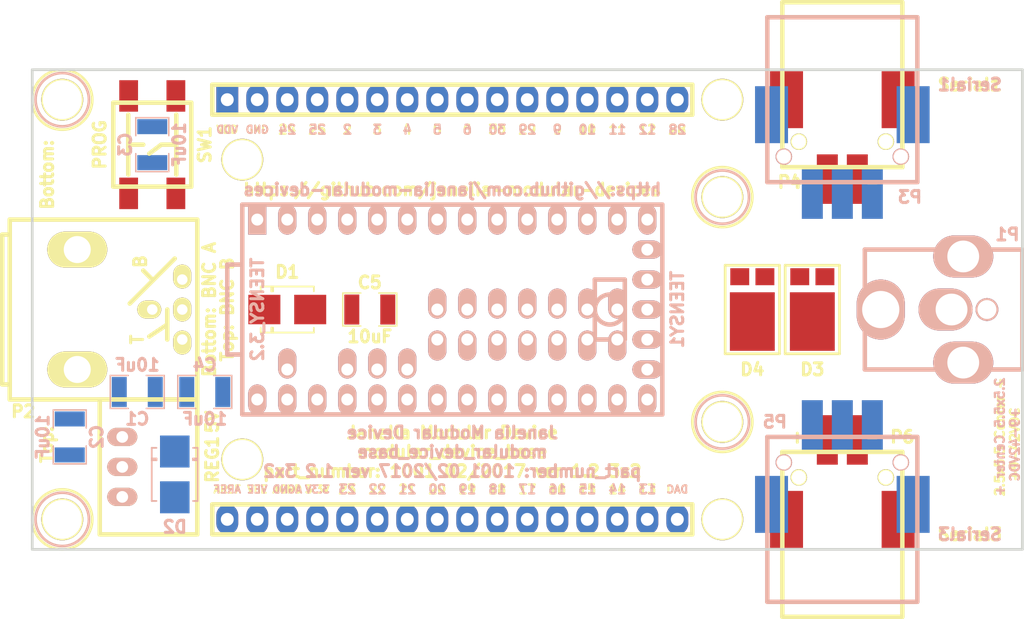
<source format=kicad_pcb>
(kicad_pcb (version 20170123) (host pcbnew no-vcs-found-7584~57~ubuntu16.04.1)

  (general
    (links 69)
    (no_connects 69)
    (area 59.575699 79.260699 143.624301 120.129301)
    (thickness 1.6)
    (drawings 23)
    (tracks 0)
    (zones 0)
    (modules 23)
    (nets 44)
  )

  (page A4)
  (title_block
    (title modular_device_base_3x2)
    (rev 1.2)
  )

  (layers
    (0 F.Cu signal)
    (31 B.Cu signal hide)
    (32 B.Adhes user)
    (33 F.Adhes user)
    (34 B.Paste user)
    (35 F.Paste user)
    (36 B.SilkS user)
    (37 F.SilkS user)
    (38 B.Mask user)
    (39 F.Mask user)
    (40 Dwgs.User user)
    (41 Cmts.User user)
    (42 Eco1.User user)
    (43 Eco2.User user)
    (44 Edge.Cuts user)
    (45 Margin user)
    (46 B.CrtYd user)
    (47 F.CrtYd user)
    (48 B.Fab user)
    (49 F.Fab user)
  )

  (setup
    (last_trace_width 0.25)
    (trace_clearance 0.2)
    (zone_clearance 0.2032)
    (zone_45_only no)
    (trace_min 0.2)
    (segment_width 0.381)
    (edge_width 0.2286)
    (via_size 0.6)
    (via_drill 0.4)
    (via_min_size 0.4)
    (via_min_drill 0.3)
    (uvia_size 0.3)
    (uvia_drill 0.1)
    (uvias_allowed no)
    (uvia_min_size 0)
    (uvia_min_drill 0)
    (pcb_text_width 0.3)
    (pcb_text_size 1.5 1.5)
    (mod_edge_width 0.15)
    (mod_text_size 1 1)
    (mod_text_width 0.15)
    (pad_size 1.524 1.524)
    (pad_drill 0.762)
    (pad_to_mask_clearance 0.2)
    (aux_axis_origin 0 0)
    (visible_elements FFFFFF7F)
    (pcbplotparams
      (layerselection 0x000f0_ffffffff)
      (usegerberextensions true)
      (excludeedgelayer false)
      (linewidth 0.100000)
      (plotframeref false)
      (viasonmask false)
      (mode 1)
      (useauxorigin false)
      (hpglpennumber 1)
      (hpglpenspeed 20)
      (hpglpendiameter 15)
      (psnegative false)
      (psa4output false)
      (plotreference true)
      (plotvalue true)
      (plotinvisibletext false)
      (padsonsilk false)
      (subtractmaskfromsilk true)
      (outputformat 1)
      (mirror false)
      (drillshape 0)
      (scaleselection 1)
      (outputdirectory gerbers/))
  )

  (net 0 "")
  (net 1 VAA)
  (net 2 GND)
  (net 3 /RX1)
  (net 4 /TX1)
  (net 5 /RX3)
  (net 6 /TX3)
  (net 7 +5V)
  (net 8 VCC)
  (net 9 /V_USB)
  (net 10 VDD)
  (net 11 VEE)
  (net 12 /PROG)
  (net 13 /D2)
  (net 14 /D3)
  (net 15 /D4)
  (net 16 /D5)
  (net 17 /D6)
  (net 18 /D9)
  (net 19 /D10)
  (net 20 /D11)
  (net 21 /D12)
  (net 22 /DAC)
  (net 23 /D13)
  (net 24 /D14)
  (net 25 /D15)
  (net 26 /D16)
  (net 27 /D17)
  (net 28 /D18)
  (net 29 /D19)
  (net 30 /D20)
  (net 31 /D21)
  (net 32 /D22)
  (net 33 /D23)
  (net 34 /3V3)
  (net 35 /AGND)
  (net 36 /AREF)
  (net 37 /D24)
  (net 38 /D25)
  (net 39 /D30)
  (net 40 /D29)
  (net 41 /D28)
  (net 42 /BNC_A)
  (net 43 /BNC_B)

  (net_class Default "This is the default net class."
    (clearance 0.2)
    (trace_width 0.25)
    (via_dia 0.6)
    (via_drill 0.4)
    (uvia_dia 0.3)
    (uvia_drill 0.1)
  )

  (net_class Power ""
    (clearance 0.254)
    (trace_width 1.016)
    (via_dia 0.889)
    (via_drill 0.635)
    (uvia_dia 0.508)
    (uvia_drill 0.127)
    (diff_pair_gap 0.254)
    (diff_pair_width 0.254)
    (add_net +5V)
    (add_net /3V3)
    (add_net /AGND)
    (add_net /AREF)
    (add_net /V_USB)
    (add_net GND)
    (add_net VAA)
    (add_net VCC)
    (add_net VDD)
    (add_net VEE)
  )

  (net_class Signal ""
    (clearance 0.1016)
    (trace_width 0.6096)
    (via_dia 0.889)
    (via_drill 0.635)
    (uvia_dia 0.508)
    (uvia_drill 0.127)
    (diff_pair_gap 0.254)
    (diff_pair_width 0.254)
    (add_net /BNC_A)
    (add_net /BNC_B)
    (add_net /D10)
    (add_net /D11)
    (add_net /D12)
    (add_net /D13)
    (add_net /D14)
    (add_net /D15)
    (add_net /D16)
    (add_net /D17)
    (add_net /D18)
    (add_net /D19)
    (add_net /D2)
    (add_net /D20)
    (add_net /D21)
    (add_net /D22)
    (add_net /D23)
    (add_net /D24)
    (add_net /D25)
    (add_net /D28)
    (add_net /D29)
    (add_net /D3)
    (add_net /D30)
    (add_net /D4)
    (add_net /D5)
    (add_net /D6)
    (add_net /D9)
    (add_net /DAC)
    (add_net /PROG)
    (add_net /RX1)
    (add_net /RX3)
    (add_net /TX1)
    (add_net /TX3)
  )

  (module modular_device_base_3x2:CFP15 (layer F.Cu) (tedit 589A3E26) (tstamp 57683052)
    (at 120.65 99.695)
    (path /5768344A)
    (fp_text reference D4 (at 0 5.08 180) (layer F.SilkS)
      (effects (font (size 1.016 1.016) (thickness 0.254)))
    )
    (fp_text value diode_schottky_45V_10A (at 0 -4.5) (layer F.SilkS) hide
      (effects (font (size 1.016 1.016) (thickness 0.254)))
    )
    (fp_line (start -2.3 3.75) (end -2.3 -3.75) (layer F.SilkS) (width 0.2286))
    (fp_line (start 2.3 3.75) (end -2.3 3.75) (layer F.SilkS) (width 0.2286))
    (fp_line (start 2.3 -3.75) (end 2.3 3.75) (layer F.SilkS) (width 0.2286))
    (fp_line (start -2.3 -3.75) (end 2.3 -3.75) (layer F.SilkS) (width 0.2286))
    (pad 2 smd rect (at 1.065 -2.78) (size 1.6 1.44) (layers F.Cu F.Paste F.Mask)
      (net 8 VCC) (solder_mask_margin 0.1) (clearance 0.1))
    (pad 2 smd rect (at -1.065 -2.78) (size 1.6 1.44) (layers F.Cu F.Paste F.Mask)
      (net 8 VCC) (solder_mask_margin 0.1) (clearance 0.1))
    (pad 1 smd rect (at 0 1.02) (size 3.8 4.96) (layers F.Cu F.Paste F.Mask)
      (net 10 VDD) (solder_mask_margin 0.1) (clearance 0.1))
  )

  (module modular_device_base_3x2:CFP15 (layer F.Cu) (tedit 589A411C) (tstamp 57683047)
    (at 125.73 99.695)
    (path /5768305F)
    (fp_text reference D3 (at 0 5.08) (layer F.SilkS)
      (effects (font (size 1.016 1.016) (thickness 0.254)))
    )
    (fp_text value diode_schottky_45V_10A (at 0 -4.5) (layer F.SilkS) hide
      (effects (font (size 1.016 1.016) (thickness 0.254)))
    )
    (fp_line (start -2.3 3.75) (end -2.3 -3.75) (layer F.SilkS) (width 0.2286))
    (fp_line (start 2.3 3.75) (end -2.3 3.75) (layer F.SilkS) (width 0.2286))
    (fp_line (start 2.3 -3.75) (end 2.3 3.75) (layer F.SilkS) (width 0.2286))
    (fp_line (start -2.3 -3.75) (end 2.3 -3.75) (layer F.SilkS) (width 0.2286))
    (pad 2 smd rect (at 1.065 -2.78) (size 1.6 1.44) (layers F.Cu F.Paste F.Mask)
      (net 1 VAA) (solder_mask_margin 0.1) (clearance 0.1))
    (pad 2 smd rect (at -1.065 -2.78) (size 1.6 1.44) (layers F.Cu F.Paste F.Mask)
      (net 1 VAA) (solder_mask_margin 0.1) (clearance 0.1))
    (pad 1 smd rect (at 0 1.02) (size 3.8 4.96) (layers F.Cu F.Paste F.Mask)
      (net 10 VDD) (solder_mask_margin 0.1) (clearance 0.1))
  )

  (module modular_device_base_3x2:DO-214BA (layer B.Cu) (tedit 57926E91) (tstamp 576408F8)
    (at 71.755 113.665 270)
    (descr "Microsemi LSM115J")
    (tags "DO-214BA diode")
    (path /57640DFA)
    (attr smd)
    (fp_text reference D2 (at 4.445 0 180) (layer B.SilkS)
      (effects (font (size 1.016 1.016) (thickness 0.254)) (justify mirror))
    )
    (fp_text value diode_schottky_15V_1A (at 0 -3 270) (layer B.SilkS) hide
      (effects (font (size 1 1) (thickness 0.15)) (justify mirror))
    )
    (fp_line (start 2.25 -1.95) (end -2.25 -1.95) (layer B.SilkS) (width 0.15))
    (fp_line (start -2.25 1.95) (end 2.25 1.95) (layer B.SilkS) (width 0.15))
    (fp_line (start -1.2 1.55) (end -1.2 1.95) (layer B.SilkS) (width 0.15))
    (fp_line (start -1.35 1.55) (end -1.2 1.55) (layer B.SilkS) (width 0.15))
    (fp_line (start -1.35 1.95) (end -1.35 1.55) (layer B.SilkS) (width 0.15))
    (fp_line (start -1.2 -1.55) (end -1.2 -1.95) (layer B.SilkS) (width 0.15))
    (fp_line (start -1.35 -1.55) (end -1.2 -1.55) (layer B.SilkS) (width 0.15))
    (fp_line (start -1.35 -1.95) (end -1.35 -1.55) (layer B.SilkS) (width 0.15))
    (fp_line (start 2.25 1.95) (end 2.25 1.55) (layer B.SilkS) (width 0.15))
    (fp_line (start 2.25 -1.95) (end 2.25 -1.55) (layer B.SilkS) (width 0.15))
    (fp_line (start -2.25 -1.95) (end -2.25 -1.55) (layer B.SilkS) (width 0.15))
    (fp_line (start -2.25 1.95) (end -2.25 1.55) (layer B.SilkS) (width 0.15))
    (fp_line (start -3 -2.25) (end -3 2.25) (layer B.CrtYd) (width 0.05))
    (fp_line (start 3 -2.25) (end -3 -2.25) (layer B.CrtYd) (width 0.05))
    (fp_line (start 3 2.25) (end 3 -2.25) (layer B.CrtYd) (width 0.05))
    (fp_line (start -3 2.25) (end 3 2.25) (layer B.CrtYd) (width 0.05))
    (pad 1 smd rect (at -1.94 0 270) (size 2.71 2.5) (layers B.Cu B.Paste B.Mask)
      (net 11 VEE))
    (pad 2 smd rect (at 1.94 0 270) (size 2.71 2.5) (layers B.Cu B.Paste B.Mask)
      (net 7 +5V))
  )

  (module modular_device_base_3x2:SM1210 (layer B.Cu) (tedit 5481F170) (tstamp 5751D183)
    (at 68.58 106.68)
    (tags "CMS SM")
    (path /5751CBF8)
    (attr smd)
    (fp_text reference C1 (at 0 2.286) (layer B.SilkS)
      (effects (font (size 1.016 1.016) (thickness 0.254)) (justify mirror))
    )
    (fp_text value 10uF (at 0 -2.286) (layer B.SilkS)
      (effects (font (size 1.016 1.016) (thickness 0.254)) (justify mirror))
    )
    (fp_line (start -0.762 1.397) (end -2.286 1.397) (layer B.SilkS) (width 0.127))
    (fp_line (start -2.286 1.397) (end -2.286 -1.397) (layer B.SilkS) (width 0.127))
    (fp_line (start -2.286 -1.397) (end -0.762 -1.397) (layer B.SilkS) (width 0.127))
    (fp_line (start 0.762 -1.397) (end 2.286 -1.397) (layer B.SilkS) (width 0.127))
    (fp_line (start 2.286 -1.397) (end 2.286 1.397) (layer B.SilkS) (width 0.127))
    (fp_line (start 2.286 1.397) (end 0.762 1.397) (layer B.SilkS) (width 0.127))
    (pad 1 smd rect (at -1.524 0) (size 1.27 2.54) (layers B.Cu B.Paste B.Mask)
      (net 10 VDD))
    (pad 2 smd rect (at 1.524 0) (size 1.27 2.54) (layers B.Cu B.Paste B.Mask)
      (net 2 GND))
    (model smd/chip_cms.wrl
      (at (xyz 0 0 0))
      (scale (xyz 0.17 0.2 0.17))
      (rotate (xyz 0 0 0))
    )
  )

  (module modular_device_base_3x2:SM1210 (layer B.Cu) (tedit 5481F170) (tstamp 5751D18F)
    (at 62.865 110.49 90)
    (tags "CMS SM")
    (path /5751CD5D)
    (attr smd)
    (fp_text reference C2 (at 0 2.286 90) (layer B.SilkS)
      (effects (font (size 1.016 1.016) (thickness 0.254)) (justify mirror))
    )
    (fp_text value 10uF (at 0 -2.286 90) (layer B.SilkS)
      (effects (font (size 1.016 1.016) (thickness 0.254)) (justify mirror))
    )
    (fp_line (start -0.762 1.397) (end -2.286 1.397) (layer B.SilkS) (width 0.127))
    (fp_line (start -2.286 1.397) (end -2.286 -1.397) (layer B.SilkS) (width 0.127))
    (fp_line (start -2.286 -1.397) (end -0.762 -1.397) (layer B.SilkS) (width 0.127))
    (fp_line (start 0.762 -1.397) (end 2.286 -1.397) (layer B.SilkS) (width 0.127))
    (fp_line (start 2.286 -1.397) (end 2.286 1.397) (layer B.SilkS) (width 0.127))
    (fp_line (start 2.286 1.397) (end 0.762 1.397) (layer B.SilkS) (width 0.127))
    (pad 1 smd rect (at -1.524 0 90) (size 1.27 2.54) (layers B.Cu B.Paste B.Mask)
      (net 7 +5V))
    (pad 2 smd rect (at 1.524 0 90) (size 1.27 2.54) (layers B.Cu B.Paste B.Mask)
      (net 2 GND))
    (model smd/chip_cms.wrl
      (at (xyz 0 0 0))
      (scale (xyz 0.17 0.2 0.17))
      (rotate (xyz 0 0 0))
    )
  )

  (module modular_device_base_3x2:DC_DC_CONV_R78C (layer F.Cu) (tedit 5893924E) (tstamp 5751D1D8)
    (at 67.31 113.03 270)
    (path /5751CAA6)
    (fp_text reference REG1 (at -0.635 -7.62 270) (layer F.SilkS)
      (effects (font (size 1.016 1.016) (thickness 0.254)))
    )
    (fp_text value CONV_DC_DC_5V_1A (at 6.858 -2.286) (layer F.SilkS) hide
      (effects (font (size 1.016 1.016) (thickness 0.254)))
    )
    (fp_line (start 5.715 1.905) (end 5.715 -6.35) (layer F.SilkS) (width 0.381))
    (fp_line (start 5.715 -6.35) (end -5.715 -6.35) (layer F.SilkS) (width 0.381))
    (fp_line (start -5.715 -6.35) (end -5.715 1.905) (layer F.SilkS) (width 0.381))
    (fp_line (start -5.715 1.905) (end 5.715 1.905) (layer F.SilkS) (width 0.381))
    (pad 2 thru_hole oval (at 0 0 270) (size 1.524 2.54) (drill 0.9906) (layers *.Cu *.SilkS *.Mask)
      (net 2 GND))
    (pad 3 thru_hole oval (at 2.54 0 270) (size 1.524 2.54) (drill 0.9906) (layers *.Cu *.SilkS *.Mask)
      (net 7 +5V))
    (pad 1 thru_hole oval (at -2.54 0 270) (size 1.524 2.54) (drill 0.9906) (layers *.Cu *.SilkS *.Mask)
      (net 10 VDD))
  )

  (module modular_device_base_3x2:KT_SWITCH (layer F.Cu) (tedit 578905DA) (tstamp 57684B59)
    (at 69.85 85.725 90)
    (path /576846F0)
    (fp_text reference SW1 (at 0 4.445 90) (layer F.SilkS)
      (effects (font (size 1.016 1.016) (thickness 0.254)))
    )
    (fp_text value KT_SWITCH (at 6.35 0 180) (layer F.SilkS) hide
      (effects (font (size 1.016 1.016) (thickness 0.254)))
    )
    (fp_text user PROG (at 0 -4.445 90) (layer F.SilkS)
      (effects (font (size 1.016 1.016) (thickness 0.254)))
    )
    (fp_line (start 0 0.762) (end -0.762 -0.254) (layer F.SilkS) (width 0.381))
    (fp_line (start 0 2.032) (end 0 0.762) (layer F.SilkS) (width 0.381))
    (fp_line (start 0 -2.032) (end 0 -0.762) (layer F.SilkS) (width 0.381))
    (fp_line (start -2.54 2.032) (end 2.54 2.032) (layer F.SilkS) (width 0.381))
    (fp_line (start -2.54 -2.032) (end 2.54 -2.032) (layer F.SilkS) (width 0.381))
    (fp_line (start -3.556 -3.302) (end -3.556 3.302) (layer F.SilkS) (width 0.381))
    (fp_line (start -3.556 3.302) (end 3.556 3.302) (layer F.SilkS) (width 0.381))
    (fp_line (start 3.556 3.302) (end 3.556 -3.302) (layer F.SilkS) (width 0.381))
    (fp_line (start 3.556 -3.302) (end -3.556 -3.302) (layer F.SilkS) (width 0.381))
    (pad 2 smd rect (at 4.1275 -1.99898 90) (size 2.667 1.59004) (layers F.Cu F.Paste F.Mask)
      (net 12 /PROG))
    (pad 1 smd rect (at -4.1275 -1.99898 90) (size 2.667 1.59004) (layers F.Cu F.Paste F.Mask))
    (pad 4 smd rect (at 4.1275 1.99898 90) (size 2.667 1.59004) (layers F.Cu F.Paste F.Mask))
    (pad 3 smd rect (at -4.1275 1.99898 90) (size 2.667 1.59004) (layers F.Cu F.Paste F.Mask)
      (net 2 GND))
  )

  (module modular_device_base_3x2:Header_2_Pin_SMD_RA (layer F.Cu) (tedit 5798ED0F) (tstamp 57683060)
    (at 128.27 117.475 180)
    (path /57683F62)
    (fp_text reference P6 (at -5.08 6.985) (layer F.SilkS)
      (effects (font (size 1.016 1.016) (thickness 0.254)))
    )
    (fp_text value HEADER_01X02_SMD_RA (at 0.635 -3.81 180) (layer F.SilkS) hide
      (effects (font (thickness 0.3048)))
    )
    (fp_line (start -5.08 -8.255) (end 5.08 -8.255) (layer F.SilkS) (width 0.381))
    (fp_line (start 5.08 -8.255) (end 5.08 5.715) (layer F.SilkS) (width 0.381))
    (fp_line (start -5.08 -8.255) (end -5.08 5.715) (layer F.SilkS) (width 0.381))
    (fp_line (start -5.08 5.715) (end 5.08 5.715) (layer F.SilkS) (width 0.381))
    (pad 1 smd rect (at -1.27 6.731 180) (size 1.778 4.191) (layers F.Cu F.Paste F.Mask)
      (net 2 GND))
    (pad 2 smd rect (at 1.27 6.731 180) (size 1.778 4.191) (layers F.Cu F.Paste F.Mask)
      (net 10 VDD))
    (pad "" thru_hole circle (at -3.683 3.556 180) (size 1.397 1.397) (drill 1.1938) (layers *.Cu *.Mask F.SilkS)
      (solder_mask_margin 0.1016) (clearance 0.1016))
    (pad "" thru_hole circle (at 3.683 3.556 180) (size 1.397 1.397) (drill 1.1938) (layers *.Cu *.Mask F.SilkS)
      (solder_mask_margin 0.1016) (clearance 0.1016))
    (pad "" smd rect (at -4.7244 0 180) (size 2.794 4.826) (layers F.Cu F.Paste F.Mask)
      (solder_mask_margin 0.1016) (clearance 0.1016))
    (pad "" smd rect (at 4.7244 0 180) (size 2.794 4.826) (layers F.Cu F.Paste F.Mask)
      (solder_mask_margin 0.1016) (clearance 0.1016))
  )

  (module modular_device_base_3x2:SM1210 (layer B.Cu) (tedit 5481F170) (tstamp 5789013B)
    (at 69.85 85.725 270)
    (tags "CMS SM")
    (path /5788FFF4)
    (attr smd)
    (fp_text reference C3 (at 0 2.286 270) (layer B.SilkS)
      (effects (font (size 1.016 1.016) (thickness 0.254)) (justify mirror))
    )
    (fp_text value 10uF (at 0 -2.286 270) (layer B.SilkS)
      (effects (font (size 1.016 1.016) (thickness 0.254)) (justify mirror))
    )
    (fp_line (start -0.762 1.397) (end -2.286 1.397) (layer B.SilkS) (width 0.127))
    (fp_line (start -2.286 1.397) (end -2.286 -1.397) (layer B.SilkS) (width 0.127))
    (fp_line (start -2.286 -1.397) (end -0.762 -1.397) (layer B.SilkS) (width 0.127))
    (fp_line (start 0.762 -1.397) (end 2.286 -1.397) (layer B.SilkS) (width 0.127))
    (fp_line (start 2.286 -1.397) (end 2.286 1.397) (layer B.SilkS) (width 0.127))
    (fp_line (start 2.286 1.397) (end 0.762 1.397) (layer B.SilkS) (width 0.127))
    (pad 1 smd rect (at -1.524 0 270) (size 1.27 2.54) (layers B.Cu B.Paste B.Mask)
      (net 10 VDD))
    (pad 2 smd rect (at 1.524 0 270) (size 1.27 2.54) (layers B.Cu B.Paste B.Mask)
      (net 2 GND))
    (model smd/chip_cms.wrl
      (at (xyz 0 0 0))
      (scale (xyz 0.17 0.2 0.17))
      (rotate (xyz 0 0 0))
    )
  )

  (module modular_device_base_3x2:SM1210 (layer B.Cu) (tedit 5481F170) (tstamp 57890147)
    (at 74.295 106.68 180)
    (tags "CMS SM")
    (path /5789010A)
    (attr smd)
    (fp_text reference C4 (at 0 2.286 180) (layer B.SilkS)
      (effects (font (size 1.016 1.016) (thickness 0.254)) (justify mirror))
    )
    (fp_text value 10uF (at 0 -2.286 180) (layer B.SilkS)
      (effects (font (size 1.016 1.016) (thickness 0.254)) (justify mirror))
    )
    (fp_line (start -0.762 1.397) (end -2.286 1.397) (layer B.SilkS) (width 0.127))
    (fp_line (start -2.286 1.397) (end -2.286 -1.397) (layer B.SilkS) (width 0.127))
    (fp_line (start -2.286 -1.397) (end -0.762 -1.397) (layer B.SilkS) (width 0.127))
    (fp_line (start 0.762 -1.397) (end 2.286 -1.397) (layer B.SilkS) (width 0.127))
    (fp_line (start 2.286 -1.397) (end 2.286 1.397) (layer B.SilkS) (width 0.127))
    (fp_line (start 2.286 1.397) (end 0.762 1.397) (layer B.SilkS) (width 0.127))
    (pad 1 smd rect (at -1.524 0 180) (size 1.27 2.54) (layers B.Cu B.Paste B.Mask)
      (net 11 VEE))
    (pad 2 smd rect (at 1.524 0 180) (size 1.27 2.54) (layers B.Cu B.Paste B.Mask)
      (net 2 GND))
    (model smd/chip_cms.wrl
      (at (xyz 0 0 0))
      (scale (xyz 0.17 0.2 0.17))
      (rotate (xyz 0 0 0))
    )
  )

  (module modular_device_base_3x2:SM1210 (layer F.Cu) (tedit 5481F170) (tstamp 57890153)
    (at 88.265 99.695)
    (tags "CMS SM")
    (path /57890173)
    (attr smd)
    (fp_text reference C5 (at 0 -2.286) (layer F.SilkS)
      (effects (font (size 1.016 1.016) (thickness 0.254)))
    )
    (fp_text value 10uF (at 0 2.286) (layer F.SilkS)
      (effects (font (size 1.016 1.016) (thickness 0.254)))
    )
    (fp_line (start -0.762 -1.397) (end -2.286 -1.397) (layer F.SilkS) (width 0.127))
    (fp_line (start -2.286 -1.397) (end -2.286 1.397) (layer F.SilkS) (width 0.127))
    (fp_line (start -2.286 1.397) (end -0.762 1.397) (layer F.SilkS) (width 0.127))
    (fp_line (start 0.762 1.397) (end 2.286 1.397) (layer F.SilkS) (width 0.127))
    (fp_line (start 2.286 1.397) (end 2.286 -1.397) (layer F.SilkS) (width 0.127))
    (fp_line (start 2.286 -1.397) (end 0.762 -1.397) (layer F.SilkS) (width 0.127))
    (pad 1 smd rect (at -1.524 0) (size 1.27 2.54) (layers F.Cu F.Paste F.Mask)
      (net 34 /3V3))
    (pad 2 smd rect (at 1.524 0) (size 1.27 2.54) (layers F.Cu F.Paste F.Mask)
      (net 2 GND))
    (model smd/chip_cms.wrl
      (at (xyz 0 0 0))
      (scale (xyz 0.17 0.2 0.17))
      (rotate (xyz 0 0 0))
    )
  )

  (module modular_device_base_3x2:DO-214BA (layer F.Cu) (tedit 57927245) (tstamp 576408E3)
    (at 81.28 99.695)
    (descr "Microsemi LSM115J")
    (tags "DO-214BA diode")
    (path /5764103B)
    (attr smd)
    (fp_text reference D1 (at 0 -3.175 180) (layer F.SilkS)
      (effects (font (size 1.016 1.016) (thickness 0.254)))
    )
    (fp_text value diode_schottky_15V_1A (at 0 3) (layer F.SilkS) hide
      (effects (font (size 1 1) (thickness 0.15)))
    )
    (fp_line (start -3 -2.25) (end 3 -2.25) (layer F.CrtYd) (width 0.05))
    (fp_line (start 3 -2.25) (end 3 2.25) (layer F.CrtYd) (width 0.05))
    (fp_line (start 3 2.25) (end -3 2.25) (layer F.CrtYd) (width 0.05))
    (fp_line (start -3 2.25) (end -3 -2.25) (layer F.CrtYd) (width 0.05))
    (fp_line (start -2.25 -1.95) (end -2.25 -1.55) (layer F.SilkS) (width 0.15))
    (fp_line (start -2.25 1.95) (end -2.25 1.55) (layer F.SilkS) (width 0.15))
    (fp_line (start 2.25 1.95) (end 2.25 1.55) (layer F.SilkS) (width 0.15))
    (fp_line (start 2.25 -1.95) (end 2.25 -1.55) (layer F.SilkS) (width 0.15))
    (fp_line (start -1.35 1.95) (end -1.35 1.55) (layer F.SilkS) (width 0.15))
    (fp_line (start -1.35 1.55) (end -1.2 1.55) (layer F.SilkS) (width 0.15))
    (fp_line (start -1.2 1.55) (end -1.2 1.95) (layer F.SilkS) (width 0.15))
    (fp_line (start -1.35 -1.95) (end -1.35 -1.55) (layer F.SilkS) (width 0.15))
    (fp_line (start -1.35 -1.55) (end -1.2 -1.55) (layer F.SilkS) (width 0.15))
    (fp_line (start -1.2 -1.55) (end -1.2 -1.95) (layer F.SilkS) (width 0.15))
    (fp_line (start -2.25 -1.95) (end 2.25 -1.95) (layer F.SilkS) (width 0.15))
    (fp_line (start 2.25 1.95) (end -2.25 1.95) (layer F.SilkS) (width 0.15))
    (pad 2 smd rect (at 1.94 0) (size 2.71 2.5) (layers F.Cu F.Paste F.Mask)
      (net 9 /V_USB))
    (pad 1 smd rect (at -1.94 0) (size 2.71 2.5) (layers F.Cu F.Paste F.Mask)
      (net 11 VEE))
  )

  (module modular_device_base_3x2:MOUNTING_HOLE_4-40 (layer F.Cu) (tedit 57967D2A) (tstamp 57928F76)
    (at 62.23 81.915)
    (path /57967F84)
    (fp_text reference MH1 (at 0 -3.175) (layer F.SilkS) hide
      (effects (font (thickness 0.3048)))
    )
    (fp_text value MNT_HOLE (at 0 3.81) (layer F.SilkS) hide
      (effects (font (thickness 0.3048)))
    )
    (fp_circle (center 0 0) (end 2.2606 0) (layer B.SilkS) (width 0.2286))
    (fp_circle (center 0 0) (end 2.54 0) (layer F.SilkS) (width 0.2286))
    (pad 1 thru_hole circle (at 0 0) (size 3.556 3.556) (drill 3.302) (layers *.Cu *.Mask F.SilkS))
  )

  (module modular_device_base_3x2:MOUNTING_HOLE_4-40 (layer F.Cu) (tedit 57967D2A) (tstamp 57928F7D)
    (at 62.23 117.475)
    (path /57968003)
    (fp_text reference MH2 (at 0 -3.175) (layer F.SilkS) hide
      (effects (font (thickness 0.3048)))
    )
    (fp_text value MNT_HOLE (at 0 3.81) (layer F.SilkS) hide
      (effects (font (thickness 0.3048)))
    )
    (fp_circle (center 0 0) (end 2.2606 0) (layer B.SilkS) (width 0.2286))
    (fp_circle (center 0 0) (end 2.54 0) (layer F.SilkS) (width 0.2286))
    (pad 1 thru_hole circle (at 0 0) (size 3.556 3.556) (drill 3.302) (layers *.Cu *.Mask F.SilkS))
  )

  (module modular_device_base_3x2:MOUNTING_HOLE_4-40 (layer F.Cu) (tedit 57967D2A) (tstamp 57928F84)
    (at 118.11 90.17)
    (path /5796805F)
    (fp_text reference MH3 (at 0 -3.175) (layer F.SilkS) hide
      (effects (font (thickness 0.3048)))
    )
    (fp_text value MNT_HOLE (at 0 3.81) (layer F.SilkS) hide
      (effects (font (thickness 0.3048)))
    )
    (fp_circle (center 0 0) (end 2.2606 0) (layer B.SilkS) (width 0.2286))
    (fp_circle (center 0 0) (end 2.54 0) (layer F.SilkS) (width 0.2286))
    (pad 1 thru_hole circle (at 0 0) (size 3.556 3.556) (drill 3.302) (layers *.Cu *.Mask F.SilkS))
  )

  (module footprints:MODULAR_DEVICE_BASE_3X2_FEMALE (layer F.Cu) (tedit 5894A546) (tstamp 5894DC94)
    (at 95.25 99.695)
    (path /5894E061)
    (fp_text reference MDB1 (at 0 0) (layer F.SilkS) hide
      (effects (font (size 1.016 1.016) (thickness 0.254)))
    )
    (fp_text value MODULAR_DEVICE_BASE_3x2_FEMALE (at 0 2.54) (layer F.SilkS) hide
      (effects (font (thickness 0.3048)))
    )
    (fp_text user DAC (at 19.05 15.24) (layer B.SilkS)
      (effects (font (size 0.635 0.635) (thickness 0.15875)) (justify mirror))
    )
    (fp_text user 13 (at 16.51 15.24) (layer B.SilkS)
      (effects (font (size 0.762 0.762) (thickness 0.1905)) (justify mirror))
    )
    (fp_text user 14 (at 13.97 15.24) (layer B.SilkS)
      (effects (font (size 0.762 0.762) (thickness 0.1905)) (justify mirror))
    )
    (fp_text user 15 (at 11.43 15.24) (layer B.SilkS)
      (effects (font (size 0.762 0.762) (thickness 0.1905)) (justify mirror))
    )
    (fp_text user 16 (at 8.89 15.24) (layer B.SilkS)
      (effects (font (size 0.762 0.762) (thickness 0.1905)) (justify mirror))
    )
    (fp_text user 17 (at 6.35 15.24) (layer B.SilkS)
      (effects (font (size 0.762 0.762) (thickness 0.1905)) (justify mirror))
    )
    (fp_text user 18 (at 3.81 15.24) (layer B.SilkS)
      (effects (font (size 0.762 0.762) (thickness 0.1905)) (justify mirror))
    )
    (fp_text user 19 (at 1.27 15.24) (layer B.SilkS)
      (effects (font (size 0.762 0.762) (thickness 0.1905)) (justify mirror))
    )
    (fp_text user 20 (at -1.27 15.24) (layer B.SilkS)
      (effects (font (size 0.762 0.762) (thickness 0.1905)) (justify mirror))
    )
    (fp_text user 21 (at -3.81 15.24) (layer B.SilkS)
      (effects (font (size 0.762 0.762) (thickness 0.1905)) (justify mirror))
    )
    (fp_text user 22 (at -6.35 15.24) (layer B.SilkS)
      (effects (font (size 0.762 0.762) (thickness 0.1905)) (justify mirror))
    )
    (fp_text user 23 (at -8.89 15.24) (layer B.SilkS)
      (effects (font (size 0.762 0.762) (thickness 0.1905)) (justify mirror))
    )
    (fp_text user 3.3V (at -11.43 15.24) (layer B.SilkS)
      (effects (font (size 0.635 0.635) (thickness 0.15875)) (justify mirror))
    )
    (fp_text user AGND (at -13.97 15.24) (layer B.SilkS)
      (effects (font (size 0.635 0.635) (thickness 0.15875)) (justify mirror))
    )
    (fp_text user VEE (at -16.51 15.24) (layer B.SilkS)
      (effects (font (size 0.635 0.635) (thickness 0.15875)) (justify mirror))
    )
    (fp_text user AREF (at -19.05 15.24) (layer B.SilkS)
      (effects (font (size 0.635 0.635) (thickness 0.15875)) (justify mirror))
    )
    (fp_text user 28 (at 19.05 -15.24) (layer B.SilkS)
      (effects (font (size 0.762 0.762) (thickness 0.1905)) (justify mirror))
    )
    (fp_text user 12 (at 16.51 -15.24) (layer B.SilkS)
      (effects (font (size 0.762 0.762) (thickness 0.1905)) (justify mirror))
    )
    (fp_text user 11 (at 13.97 -15.24) (layer B.SilkS)
      (effects (font (size 0.762 0.762) (thickness 0.1905)) (justify mirror))
    )
    (fp_text user 10 (at 11.43 -15.24) (layer B.SilkS)
      (effects (font (size 0.762 0.762) (thickness 0.1905)) (justify mirror))
    )
    (fp_text user 9 (at 8.89 -15.24) (layer B.SilkS)
      (effects (font (size 0.762 0.762) (thickness 0.1905)) (justify mirror))
    )
    (fp_text user 29 (at 6.35 -15.24) (layer B.SilkS)
      (effects (font (size 0.762 0.762) (thickness 0.1905)) (justify mirror))
    )
    (fp_text user 30 (at 3.81 -15.24) (layer B.SilkS)
      (effects (font (size 0.762 0.762) (thickness 0.1905)) (justify mirror))
    )
    (fp_text user 6 (at 1.27 -15.24) (layer B.SilkS)
      (effects (font (size 0.762 0.762) (thickness 0.1905)) (justify mirror))
    )
    (fp_text user 5 (at -1.27 -15.24) (layer B.SilkS)
      (effects (font (size 0.762 0.762) (thickness 0.1905)) (justify mirror))
    )
    (fp_text user 4 (at -3.81 -15.24) (layer B.SilkS)
      (effects (font (size 0.762 0.762) (thickness 0.1905)) (justify mirror))
    )
    (fp_text user 3 (at -6.35 -15.24) (layer B.SilkS)
      (effects (font (size 0.762 0.762) (thickness 0.1905)) (justify mirror))
    )
    (fp_text user 2 (at -8.89 -15.24) (layer B.SilkS)
      (effects (font (size 0.762 0.762) (thickness 0.1905)) (justify mirror))
    )
    (fp_text user 25 (at -11.43 -15.24) (layer B.SilkS)
      (effects (font (size 0.762 0.762) (thickness 0.1905)) (justify mirror))
    )
    (fp_text user 24 (at -13.97 -15.24) (layer B.SilkS)
      (effects (font (size 0.762 0.762) (thickness 0.1905)) (justify mirror))
    )
    (fp_text user GND (at -16.51 -15.24) (layer B.SilkS)
      (effects (font (size 0.635 0.635) (thickness 0.15875)) (justify mirror))
    )
    (fp_text user VDD (at -19.05 -15.24) (layer B.SilkS)
      (effects (font (size 0.635 0.635) (thickness 0.15875)) (justify mirror))
    )
    (fp_text user 28 (at 19.05 -15.24) (layer F.SilkS)
      (effects (font (size 0.762 0.762) (thickness 0.1905)))
    )
    (fp_text user 12 (at 16.51 -15.24) (layer F.SilkS)
      (effects (font (size 0.762 0.762) (thickness 0.1905)))
    )
    (fp_text user 11 (at 13.97 -15.24) (layer F.SilkS)
      (effects (font (size 0.762 0.762) (thickness 0.1905)))
    )
    (fp_text user 10 (at 11.43 -15.24) (layer F.SilkS)
      (effects (font (size 0.762 0.762) (thickness 0.1905)))
    )
    (fp_text user 9 (at 8.89 -15.24) (layer F.SilkS)
      (effects (font (size 0.762 0.762) (thickness 0.1905)))
    )
    (fp_text user 29 (at 6.35 -15.24) (layer F.SilkS)
      (effects (font (size 0.762 0.762) (thickness 0.1905)))
    )
    (fp_text user 30 (at 3.81 -15.24) (layer F.SilkS)
      (effects (font (size 0.762 0.762) (thickness 0.1905)))
    )
    (fp_text user 6 (at 1.27 -15.24) (layer F.SilkS)
      (effects (font (size 0.762 0.762) (thickness 0.1905)))
    )
    (fp_text user 5 (at -1.27 -15.24) (layer F.SilkS)
      (effects (font (size 0.762 0.762) (thickness 0.1905)))
    )
    (fp_text user 4 (at -3.81 -15.24) (layer F.SilkS)
      (effects (font (size 0.762 0.762) (thickness 0.1905)))
    )
    (fp_text user 3 (at -6.35 -15.24) (layer F.SilkS)
      (effects (font (size 0.762 0.762) (thickness 0.1905)))
    )
    (fp_text user 2 (at -8.89 -15.24) (layer F.SilkS)
      (effects (font (size 0.762 0.762) (thickness 0.1905)))
    )
    (fp_text user 25 (at -11.43 -15.24) (layer F.SilkS)
      (effects (font (size 0.762 0.762) (thickness 0.1905)))
    )
    (fp_text user 24 (at -13.97 -15.24) (layer F.SilkS)
      (effects (font (size 0.762 0.762) (thickness 0.1905)))
    )
    (fp_text user 13 (at 16.51 15.24) (layer F.SilkS)
      (effects (font (size 0.762 0.762) (thickness 0.1905)))
    )
    (fp_text user 14 (at 13.97 15.24) (layer F.SilkS)
      (effects (font (size 0.762 0.762) (thickness 0.1905)))
    )
    (fp_text user 15 (at 11.43 15.24) (layer F.SilkS)
      (effects (font (size 0.762 0.762) (thickness 0.1905)))
    )
    (fp_text user 16 (at 8.89 15.24) (layer F.SilkS)
      (effects (font (size 0.762 0.762) (thickness 0.1905)))
    )
    (fp_text user 17 (at 6.35 15.24) (layer F.SilkS)
      (effects (font (size 0.762 0.762) (thickness 0.1905)))
    )
    (fp_text user 18 (at 3.81 15.24) (layer F.SilkS)
      (effects (font (size 0.762 0.762) (thickness 0.1905)))
    )
    (fp_text user 19 (at 1.27 15.24) (layer F.SilkS)
      (effects (font (size 0.762 0.762) (thickness 0.1905)))
    )
    (fp_text user 20 (at -1.27 15.24) (layer F.SilkS)
      (effects (font (size 0.762 0.762) (thickness 0.1905)))
    )
    (fp_text user 21 (at -3.81 15.24) (layer F.SilkS)
      (effects (font (size 0.762 0.762) (thickness 0.1905)))
    )
    (fp_text user DAC (at 19.05 15.24) (layer F.SilkS)
      (effects (font (size 0.635 0.635) (thickness 0.15875)))
    )
    (fp_text user GND (at -16.51 -15.24) (layer F.SilkS)
      (effects (font (size 0.635 0.635) (thickness 0.15875)))
    )
    (fp_text user VDD (at -19.05 -15.24) (layer F.SilkS)
      (effects (font (size 0.635 0.635) (thickness 0.15875)))
    )
    (fp_text user 22 (at -6.35 15.24) (layer F.SilkS)
      (effects (font (size 0.762 0.762) (thickness 0.1905)))
    )
    (fp_text user 23 (at -8.89 15.24) (layer F.SilkS)
      (effects (font (size 0.762 0.762) (thickness 0.1905)))
    )
    (fp_text user 3.3V (at -11.43 15.24) (layer F.SilkS)
      (effects (font (size 0.635 0.635) (thickness 0.15875)))
    )
    (fp_text user AGND (at -13.97 15.24) (layer F.SilkS)
      (effects (font (size 0.635 0.635) (thickness 0.15875)))
    )
    (fp_text user VEE (at -16.51 15.24) (layer F.SilkS)
      (effects (font (size 0.635 0.635) (thickness 0.15875)))
    )
    (fp_text user AREF (at -19.05 15.24) (layer F.SilkS)
      (effects (font (size 0.635 0.635) (thickness 0.15875)))
    )
    (fp_line (start -20.32 16.51) (end -20.32 19.05) (layer F.SilkS) (width 0.381))
    (fp_line (start -20.32 19.05) (end 20.32 19.05) (layer F.SilkS) (width 0.381))
    (fp_line (start 20.32 19.05) (end 20.32 16.51) (layer F.SilkS) (width 0.381))
    (fp_line (start 20.32 16.51) (end -20.32 16.51) (layer F.SilkS) (width 0.381))
    (fp_line (start -20.32 -19.05) (end -20.32 -16.51) (layer F.SilkS) (width 0.381))
    (fp_line (start -20.32 -16.51) (end 20.32 -16.51) (layer F.SilkS) (width 0.381))
    (fp_line (start 20.32 -16.51) (end 20.32 -19.05) (layer F.SilkS) (width 0.381))
    (fp_line (start 20.32 -19.05) (end -20.32 -19.05) (layer F.SilkS) (width 0.381))
    (fp_line (start -21.59 -20.32) (end -21.59 20.32) (layer F.Fab) (width 0.2286))
    (fp_line (start -21.59 20.32) (end 48.26 20.32) (layer F.Fab) (width 0.2286))
    (fp_line (start 48.26 20.32) (end 48.26 -20.32) (layer F.Fab) (width 0.2286))
    (fp_line (start 48.26 -20.32) (end -21.59 -20.32) (layer F.Fab) (width 0.2286))
    (pad GND thru_hole oval (at -16.51 -17.78) (size 1.8542 2.54) (drill 1.0922) (layers *.Cu *.Mask)
      (net 2 GND))
    (pad 24 thru_hole oval (at -13.97 -17.78) (size 1.8542 2.54) (drill 1.0922) (layers *.Cu *.Mask)
      (net 37 /D24))
    (pad VDD thru_hole rect (at -19.05 -17.78) (size 1.8542 2.54) (drill 1.0922) (layers *.Cu *.Mask)
      (net 10 VDD))
    (pad 25 thru_hole oval (at -11.43 -17.78) (size 1.8542 2.54) (drill 1.0922) (layers *.Cu *.Mask)
      (net 38 /D25))
    (pad 2 thru_hole oval (at -8.89 -17.78) (size 1.8542 2.54) (drill 1.0922) (layers *.Cu *.Mask)
      (net 13 /D2))
    (pad 3 thru_hole oval (at -6.35 -17.78) (size 1.8542 2.54) (drill 1.0922) (layers *.Cu *.Mask)
      (net 14 /D3))
    (pad 4 thru_hole oval (at -3.81 -17.78) (size 1.8542 2.54) (drill 1.0922) (layers *.Cu *.Mask)
      (net 15 /D4))
    (pad 5 thru_hole oval (at -1.27 -17.78) (size 1.8542 2.54) (drill 1.0922) (layers *.Cu *.Mask)
      (net 16 /D5))
    (pad 6 thru_hole oval (at 1.27 -17.78) (size 1.8542 2.54) (drill 1.0922) (layers *.Cu *.Mask)
      (net 17 /D6))
    (pad 30 thru_hole oval (at 3.81 -17.78) (size 1.8542 2.54) (drill 1.0922) (layers *.Cu *.Mask)
      (net 39 /D30))
    (pad 29 thru_hole oval (at 6.35 -17.78) (size 1.8542 2.54) (drill 1.0922) (layers *.Cu *.Mask)
      (net 40 /D29))
    (pad 9 thru_hole oval (at 8.89 -17.78) (size 1.8542 2.54) (drill 1.0922) (layers *.Cu *.Mask)
      (net 18 /D9))
    (pad 10 thru_hole oval (at 11.43 -17.78) (size 1.8542 2.54) (drill 1.0922) (layers *.Cu *.Mask)
      (net 19 /D10))
    (pad 11 thru_hole oval (at 13.97 -17.78) (size 1.8542 2.54) (drill 1.0922) (layers *.Cu *.Mask)
      (net 20 /D11))
    (pad 12 thru_hole oval (at 16.51 -17.78) (size 1.8542 2.54) (drill 1.0922) (layers *.Cu *.Mask)
      (net 21 /D12))
    (pad 28 thru_hole oval (at 19.05 -17.78) (size 1.8542 2.54) (drill 1.0922) (layers *.Cu *.Mask)
      (net 41 /D28))
    (pad DAC thru_hole oval (at 19.05 17.78) (size 1.8542 2.54) (drill 1.0922) (layers *.Cu *.Mask)
      (net 22 /DAC))
    (pad 13 thru_hole oval (at 16.51 17.78) (size 1.8542 2.54) (drill 1.0922) (layers *.Cu *.Mask)
      (net 23 /D13))
    (pad 14 thru_hole oval (at 13.97 17.78) (size 1.8542 2.54) (drill 1.0922) (layers *.Cu *.Mask)
      (net 24 /D14))
    (pad 15 thru_hole oval (at 11.43 17.78) (size 1.8542 2.54) (drill 1.0922) (layers *.Cu *.Mask)
      (net 25 /D15))
    (pad 16 thru_hole oval (at 8.89 17.78) (size 1.8542 2.54) (drill 1.0922) (layers *.Cu *.Mask)
      (net 26 /D16))
    (pad 17 thru_hole oval (at 6.35 17.78) (size 1.8542 2.54) (drill 1.0922) (layers *.Cu *.Mask)
      (net 27 /D17))
    (pad 18 thru_hole oval (at 3.81 17.78) (size 1.8542 2.54) (drill 1.0922) (layers *.Cu *.Mask)
      (net 28 /D18))
    (pad 19 thru_hole oval (at 1.27 17.78) (size 1.8542 2.54) (drill 1.0922) (layers *.Cu *.Mask)
      (net 29 /D19))
    (pad 20 thru_hole oval (at -1.27 17.78) (size 1.8542 2.54) (drill 1.0922) (layers *.Cu *.Mask)
      (net 30 /D20))
    (pad 21 thru_hole oval (at -3.81 17.78) (size 1.8542 2.54) (drill 1.0922) (layers *.Cu *.Mask)
      (net 31 /D21))
    (pad 22 thru_hole oval (at -6.35 17.78) (size 1.8542 2.54) (drill 1.0922) (layers *.Cu *.Mask)
      (net 32 /D22))
    (pad 23 thru_hole oval (at -8.89 17.78) (size 1.8542 2.54) (drill 1.0922) (layers *.Cu *.Mask)
      (net 33 /D23))
    (pad 3V3 thru_hole oval (at -11.43 17.78) (size 1.8542 2.54) (drill 1.0922) (layers *.Cu *.Mask)
      (net 34 /3V3))
    (pad AGND thru_hole oval (at -13.97 17.78) (size 1.8542 2.54) (drill 1.0922) (layers *.Cu *.Mask)
      (net 35 /AGND))
    (pad VEE thru_hole oval (at -16.51 17.78) (size 1.8542 2.54) (drill 1.0922) (layers *.Cu *.Mask)
      (net 11 VEE))
    (pad AREF thru_hole oval (at -19.05 17.78) (size 1.8542 2.54) (drill 1.0922) (layers *.Cu *.Mask)
      (net 36 /AREF))
    (pad "" thru_hole circle (at -17.78 -12.7) (size 3.556 3.556) (drill 3.302) (layers *.Cu *.Mask F.SilkS))
    (pad "" thru_hole circle (at -17.78 12.7) (size 3.556 3.556) (drill 3.302) (layers *.Cu *.Mask F.SilkS))
    (pad "" thru_hole circle (at 22.86 17.78) (size 3.556 3.556) (drill 3.302) (layers *.Cu *.Mask F.SilkS))
    (pad "" thru_hole circle (at 22.86 -17.78) (size 3.556 3.556) (drill 3.302) (layers *.Cu *.Mask F.SilkS))
  )

  (module footprints:TEENSY_3.2 (layer B.Cu) (tedit 5894A59B) (tstamp 5894DD07)
    (at 95.25 99.695 270)
    (path /5894DCD6)
    (fp_text reference TEENSY1 (at 0 -19.05 270) (layer B.SilkS)
      (effects (font (size 1.016 1.016) (thickness 0.254)) (justify mirror))
    )
    (fp_text value TEENSY_3.2 (at 0 16.5 270) (layer B.SilkS)
      (effects (font (size 1.016 1.016) (thickness 0.254)) (justify mirror))
    )
    (fp_circle (center 0 -13.335) (end 0 -12.065) (layer B.SilkS) (width 0.381))
    (fp_line (start -2.54 -14.605) (end 2.54 -14.605) (layer B.SilkS) (width 0.381))
    (fp_line (start 2.54 -14.605) (end 2.54 -12.065) (layer B.SilkS) (width 0.381))
    (fp_line (start 2.54 -12.065) (end -2.54 -12.065) (layer B.SilkS) (width 0.381))
    (fp_line (start -2.54 -12.065) (end -2.54 -14.605) (layer B.SilkS) (width 0.381))
    (fp_line (start -3.81 17.78) (end -3.81 19.05) (layer B.SilkS) (width 0.381))
    (fp_line (start -3.81 19.05) (end 3.81 19.05) (layer B.SilkS) (width 0.381))
    (fp_line (start 3.81 19.05) (end 3.81 17.78) (layer B.SilkS) (width 0.381))
    (fp_line (start -8.89 17.78) (end -8.89 -17.78) (layer B.SilkS) (width 0.381))
    (fp_line (start -8.89 -17.78) (end 8.89 -17.78) (layer B.SilkS) (width 0.381))
    (fp_line (start 8.89 -17.78) (end 8.89 17.78) (layer B.SilkS) (width 0.381))
    (fp_line (start 8.89 17.78) (end -8.89 17.78) (layer B.SilkS) (width 0.381))
    (pad GND thru_hole rect (at -7.62 16.51 270) (size 2.54 1.524) (drill 1.016) (layers *.Cu *.Mask B.SilkS)
      (net 2 GND))
    (pad 0 thru_hole oval (at -7.62 13.97 270) (size 2.54 1.524) (drill 1.016) (layers *.Cu *.Mask B.SilkS)
      (net 3 /RX1))
    (pad 1 thru_hole oval (at -7.62 11.43 270) (size 2.54 1.524) (drill 1.016) (layers *.Cu *.Mask B.SilkS)
      (net 4 /TX1))
    (pad 2 thru_hole oval (at -7.62 8.89 270) (size 2.54 1.524) (drill 1.016) (layers *.Cu *.Mask B.SilkS)
      (net 13 /D2))
    (pad 3 thru_hole oval (at -7.62 6.35 270) (size 2.54 1.524) (drill 1.016) (layers *.Cu *.Mask B.SilkS)
      (net 14 /D3))
    (pad 4 thru_hole oval (at -7.62 3.81 270) (size 2.54 1.524) (drill 1.016) (layers *.Cu *.Mask B.SilkS)
      (net 15 /D4))
    (pad 5 thru_hole oval (at -7.62 1.27 270) (size 2.54 1.524) (drill 1.016) (layers *.Cu *.Mask B.SilkS)
      (net 16 /D5))
    (pad 6 thru_hole oval (at -7.62 -1.27 270) (size 2.54 1.524) (drill 1.016) (layers *.Cu *.Mask B.SilkS)
      (net 17 /D6))
    (pad 7 thru_hole oval (at -7.62 -3.81 270) (size 2.54 1.524) (drill 1.016) (layers *.Cu *.Mask B.SilkS)
      (net 5 /RX3))
    (pad 8 thru_hole oval (at -7.62 -6.35 270) (size 2.54 1.524) (drill 1.016) (layers *.Cu *.Mask B.SilkS)
      (net 6 /TX3))
    (pad 9 thru_hole oval (at -7.62 -8.89 270) (size 2.54 1.524) (drill 1.016) (layers *.Cu *.Mask B.SilkS)
      (net 18 /D9))
    (pad 10 thru_hole oval (at -7.62 -11.43 270) (size 2.54 1.524) (drill 1.016) (layers *.Cu *.Mask B.SilkS)
      (net 19 /D10))
    (pad 11 thru_hole oval (at -7.62 -13.97 270) (size 2.54 1.524) (drill 1.016) (layers *.Cu *.Mask B.SilkS)
      (net 20 /D11))
    (pad 12 thru_hole oval (at -7.62 -16.51 270) (size 2.54 1.524) (drill 1.016) (layers *.Cu *.Mask B.SilkS)
      (net 21 /D12))
    (pad 13 thru_hole oval (at 7.62 -16.51 270) (size 2.54 1.524) (drill 1.016) (layers *.Cu *.Mask B.SilkS)
      (net 23 /D13))
    (pad 14 thru_hole oval (at 7.62 -13.97 270) (size 2.54 1.524) (drill 1.016) (layers *.Cu *.Mask B.SilkS)
      (net 24 /D14))
    (pad 15 thru_hole oval (at 7.62 -11.43 270) (size 2.54 1.524) (drill 1.016) (layers *.Cu *.Mask B.SilkS)
      (net 25 /D15))
    (pad 16 thru_hole oval (at 7.62 -8.89 270) (size 2.54 1.524) (drill 1.016) (layers *.Cu *.Mask B.SilkS)
      (net 26 /D16))
    (pad 17 thru_hole oval (at 7.62 -6.35 270) (size 2.54 1.524) (drill 1.016) (layers *.Cu *.Mask B.SilkS)
      (net 27 /D17))
    (pad 18 thru_hole oval (at 7.62 -3.81 270) (size 2.54 1.524) (drill 1.016) (layers *.Cu *.Mask B.SilkS)
      (net 28 /D18))
    (pad 19 thru_hole oval (at 7.62 -1.27 270) (size 2.54 1.524) (drill 1.016) (layers *.Cu *.Mask B.SilkS)
      (net 29 /D19))
    (pad 20 thru_hole oval (at 7.62 1.27 270) (size 2.54 1.524) (drill 1.016) (layers *.Cu *.Mask B.SilkS)
      (net 30 /D20))
    (pad 21 thru_hole oval (at 7.62 3.81 270) (size 2.54 1.524) (drill 1.016) (layers *.Cu *.Mask B.SilkS)
      (net 31 /D21))
    (pad 22 thru_hole oval (at 7.62 6.35 270) (size 2.54 1.524) (drill 1.016) (layers *.Cu *.Mask B.SilkS)
      (net 32 /D22))
    (pad 23 thru_hole oval (at 7.62 8.89 270) (size 2.54 1.524) (drill 1.016) (layers *.Cu *.Mask B.SilkS)
      (net 33 /D23))
    (pad 3V3 thru_hole oval (at 7.62 11.43 270) (size 2.54 1.524) (drill 1.016) (layers *.Cu *.Mask B.SilkS)
      (net 34 /3V3))
    (pad AGND thru_hole oval (at 7.62 13.97 270) (size 2.54 1.524) (drill 1.016) (layers *.Cu *.Mask B.SilkS)
      (net 35 /AGND))
    (pad V_IN thru_hole oval (at 7.62 16.51 270) (size 2.54 1.524) (drill 1.016) (layers *.Cu *.Mask B.SilkS)
      (net 11 VEE))
    (pad DAC thru_hole oval (at 5.08 -16.51 270) (size 1.524 2.54) (drill 1.016) (layers *.Cu *.Mask B.SilkS)
      (net 22 /DAC))
    (pad PROG thru_hole oval (at 2.54 -16.51 270) (size 1.524 2.54) (drill 1.016) (layers *.Cu *.Mask B.SilkS)
      (net 12 /PROG))
    (pad "" thru_hole oval (at 0 -16.51 270) (size 1.524 2.54) (drill 1.016) (layers *.Cu *.Mask B.SilkS))
    (pad "" thru_hole oval (at -2.54 -16.51 270) (size 1.524 2.54) (drill 1.016) (layers *.Cu *.Mask B.SilkS))
    (pad "" thru_hole oval (at -5.08 -16.51 270) (size 1.524 2.54) (drill 1.016) (layers *.Cu *.Mask B.SilkS))
    (pad V_U thru_hole oval (at 5.08 13.97 270) (size 2.54 1.524) (drill 1.016 (offset -0.508 0)) (layers *.Cu *.Mask B.SilkS)
      (net 9 /V_USB))
    (pad AREF thru_hole oval (at 5.08 8.89 270) (size 2.54 1.524) (drill 1.016 (offset -0.508 0)) (layers *.Cu *.Mask B.SilkS)
      (net 36 /AREF))
    (pad A10 thru_hole oval (at 5.08 6.35 270) (size 2.54 1.524) (drill 1.016 (offset -0.508 0)) (layers *.Cu *.Mask B.SilkS))
    (pad A11 thru_hole oval (at 5.08 3.81 270) (size 2.54 1.524) (drill 1.016 (offset -0.508 0)) (layers *.Cu *.Mask B.SilkS))
    (pad A13 thru_hole oval (at 2.54 1.27 270) (size 2.54 1.524) (drill 1.016 (offset 0.508 0)) (layers *.Cu *.Mask B.SilkS))
    (pad A12 thru_hole oval (at 0 1.27 270) (size 2.54 1.524) (drill 1.016 (offset -0.508 0)) (layers *.Cu *.Mask B.SilkS))
    (pad "" thru_hole oval (at 2.54 -1.27 270) (size 2.54 1.524) (drill 1.016 (offset 0.508 0)) (layers *.Cu *.Mask B.SilkS))
    (pad "" thru_hole oval (at 0 -1.27 270) (size 2.54 1.524) (drill 1.016 (offset -0.508 0)) (layers *.Cu *.Mask B.SilkS))
    (pad 24 thru_hole oval (at 0 -3.81 270) (size 2.54 1.524) (drill 1.016 (offset -0.508 0)) (layers *.Cu *.Mask B.SilkS)
      (net 37 /D24))
    (pad 25 thru_hole oval (at 0 -6.35 270) (size 2.54 1.524) (drill 1.016 (offset -0.508 0)) (layers *.Cu *.Mask B.SilkS)
      (net 38 /D25))
    (pad 26 thru_hole oval (at 0 -8.89 270) (size 2.54 1.524) (drill 1.016 (offset -0.508 0)) (layers *.Cu *.Mask B.SilkS))
    (pad 27 thru_hole oval (at 0 -11.43 270) (size 2.54 1.524) (drill 1.016 (offset -0.508 0)) (layers *.Cu *.Mask B.SilkS))
    (pad 28 thru_hole oval (at 0 -13.97 270) (size 2.54 1.524) (drill 1.016 (offset -0.508 0)) (layers *.Cu *.Mask B.SilkS)
      (net 41 /D28))
    (pad 33 thru_hole oval (at 2.54 -3.81 270) (size 2.54 1.524) (drill 1.016 (offset 0.508 0)) (layers *.Cu *.Mask B.SilkS)
      (net 42 /BNC_A))
    (pad 32 thru_hole oval (at 2.54 -6.35 270) (size 2.54 1.524) (drill 1.016 (offset 0.508 0)) (layers *.Cu *.Mask B.SilkS)
      (net 43 /BNC_B))
    (pad 31 thru_hole oval (at 2.54 -8.89 270) (size 2.54 1.524) (drill 1.016 (offset 0.508 0)) (layers *.Cu *.Mask B.SilkS))
    (pad 30 thru_hole oval (at 2.54 -11.43 270) (size 2.54 1.524) (drill 1.016 (offset 0.508 0)) (layers *.Cu *.Mask B.SilkS)
      (net 39 /D30))
    (pad 29 thru_hole oval (at 2.54 -13.97 270) (size 2.54 1.524) (drill 1.016 (offset 0.508 0)) (layers *.Cu *.Mask B.SilkS)
      (net 40 /D29))
  )

  (module modular_device_base_3x2:BNC_DOUBLE (layer F.Cu) (tedit 54AD8A38) (tstamp 589A3D0B)
    (at 63.5 99.695 90)
    (path /5751FB89)
    (fp_text reference P2 (at -8.636 -4.572) (layer F.SilkS)
      (effects (font (size 1.016 1.016) (thickness 0.254)))
    )
    (fp_text value BNC_DOUBLE_RA (at -8.636 0 180) (layer F.SilkS) hide
      (effects (font (size 1.016 1.016) (thickness 0.254)))
    )
    (fp_text user "Top: BNC B" (at 0 12.7 90) (layer F.SilkS)
      (effects (font (size 1.016 1.016) (thickness 0.254)))
    )
    (fp_text user "Bottom: BNC A" (at 0 11.176 90) (layer F.SilkS)
      (effects (font (size 1.016 1.016) (thickness 0.254)))
    )
    (fp_line (start 2.54 6.35) (end 3.302 5.588) (layer F.SilkS) (width 0.381))
    (fp_line (start -1.27 7.62) (end -2.286 6.096) (layer F.SilkS) (width 0.381))
    (fp_line (start -6.35 -5.715) (end -6.35 -6.35) (layer F.SilkS) (width 0.381))
    (fp_line (start -6.35 -6.35) (end 6.35 -6.35) (layer F.SilkS) (width 0.381))
    (fp_line (start 6.35 -6.35) (end 6.35 -5.715) (layer F.SilkS) (width 0.381))
    (fp_line (start -7.62 -5.715) (end -7.62 10.16) (layer F.SilkS) (width 0.381))
    (fp_line (start -7.62 10.16) (end 7.62 10.16) (layer F.SilkS) (width 0.381))
    (fp_line (start 7.62 10.16) (end 7.62 -5.715) (layer F.SilkS) (width 0.381))
    (fp_line (start 7.62 -5.715) (end -7.62 -5.715) (layer F.SilkS) (width 0.381))
    (fp_text user B (at 4.064 5.334 90) (layer F.SilkS)
      (effects (font (size 1.016 1.016) (thickness 0.254)))
    )
    (fp_line (start 4.318 8.255) (end 0.508 4.445) (layer F.SilkS) (width 0.381))
    (fp_text user T (at -2.54 5.08 90) (layer F.SilkS)
      (effects (font (size 1.016 1.016) (thickness 0.254)))
    )
    (fp_line (start 0 7.62) (end -2.54 7.62) (layer F.SilkS) (width 0.381))
    (pad "" thru_hole oval (at -5.08 0 90) (size 3.048 5.08) (drill 2.286) (layers *.Cu *.Mask F.SilkS))
    (pad "" thru_hole oval (at 5.08 0 90) (size 3.048 5.08) (drill 2.286) (layers *.Cu *.Mask F.SilkS))
    (pad 1 thru_hole oval (at 0 6.35 90) (size 1.524 2.032) (drill 0.889 (offset 0 -0.254)) (layers *.Cu *.Mask F.SilkS)
      (net 42 /BNC_A))
    (pad 3 thru_hole oval (at 0 8.89 90) (size 2.032 1.524) (drill 0.889) (layers *.Cu *.Mask F.SilkS)
      (net 43 /BNC_B))
    (pad 2 thru_hole oval (at 2.54 8.89 90) (size 2.032 1.524) (drill 0.889 (offset 0.254 0)) (layers *.Cu *.Mask F.SilkS)
      (net 2 GND))
    (pad 4 thru_hole oval (at -2.54 8.89 90) (size 2.032 1.524) (drill 0.889 (offset -0.254 0)) (layers *.Cu *.Mask F.SilkS)
      (net 2 GND))
  )

  (module modular_device_base_3x2:Header_3_Pin_SMD_RA (layer B.Cu) (tedit 56D07500) (tstamp 589A3D31)
    (at 128.27 83.185 180)
    (path /5751EDB4)
    (fp_text reference P3 (at -5.715 -6.985 180) (layer B.SilkS)
      (effects (font (size 1.016 1.016) (thickness 0.254)) (justify mirror))
    )
    (fp_text value HEADER_01X03_SMD_RA (at 0.635 3.81 180) (layer B.SilkS) hide
      (effects (font (thickness 0.3048)) (justify mirror))
    )
    (fp_line (start -6.35 -5.715) (end 6.35 -5.715) (layer B.SilkS) (width 0.381))
    (fp_line (start -6.35 8.255) (end -6.35 -5.715) (layer B.SilkS) (width 0.381))
    (fp_line (start 6.35 8.255) (end 6.35 -5.715) (layer B.SilkS) (width 0.381))
    (fp_line (start -6.35 8.255) (end 6.35 8.255) (layer B.SilkS) (width 0.381))
    (pad "" smd rect (at 5.9944 0 180) (size 2.794 4.826) (layers B.Cu B.Paste B.Mask)
      (solder_mask_margin 0.1016) (clearance 0.1016))
    (pad "" smd rect (at -5.9944 0 180) (size 2.794 4.826) (layers B.Cu B.Paste B.Mask)
      (solder_mask_margin 0.1016) (clearance 0.1016))
    (pad "" thru_hole circle (at 4.953 -3.556 180) (size 1.397 1.397) (drill 1.1938) (layers *.Cu *.Mask B.SilkS)
      (solder_mask_margin 0.1016) (clearance 0.1016))
    (pad "" thru_hole circle (at -4.953 -3.556 180) (size 1.397 1.397) (drill 1.1938) (layers *.Cu *.Mask B.SilkS)
      (solder_mask_margin 0.1016) (clearance 0.1016))
    (pad 3 smd rect (at 2.54 -6.731 180) (size 1.778 4.191) (layers B.Cu B.Paste B.Mask)
      (net 4 /TX1))
    (pad 2 smd rect (at 0 -6.731 180) (size 1.778 4.191) (layers B.Cu B.Paste B.Mask)
      (net 2 GND))
    (pad 1 smd rect (at -2.54 -6.731 180) (size 1.778 4.191) (layers B.Cu B.Paste B.Mask)
      (net 3 /RX1))
  )

  (module modular_device_base_3x2:Header_2_Pin_SMD_RA (layer F.Cu) (tedit 56D07565) (tstamp 589A3D32)
    (at 128.27 81.915)
    (path /57643F2D)
    (fp_text reference P4 (at -4.445 6.985 180) (layer F.SilkS)
      (effects (font (size 1.016 1.016) (thickness 0.254)))
    )
    (fp_text value HEADER_01X02_SMD_RA (at 0.635 -3.81) (layer F.SilkS) hide
      (effects (font (thickness 0.3048)))
    )
    (fp_line (start -5.08 -8.255) (end 5.08 -8.255) (layer F.SilkS) (width 0.381))
    (fp_line (start 5.08 -8.255) (end 5.08 5.715) (layer F.SilkS) (width 0.381))
    (fp_line (start -5.08 -8.255) (end -5.08 5.715) (layer F.SilkS) (width 0.381))
    (fp_line (start -5.08 5.715) (end 5.08 5.715) (layer F.SilkS) (width 0.381))
    (pad 1 smd rect (at -1.27 6.731) (size 1.778 4.191) (layers F.Cu F.Paste F.Mask)
      (net 8 VCC))
    (pad 2 smd rect (at 1.27 6.731) (size 1.778 4.191) (layers F.Cu F.Paste F.Mask)
      (net 2 GND))
    (pad "" thru_hole circle (at -3.683 3.556) (size 1.397 1.397) (drill 1.1938) (layers *.Cu *.Mask F.SilkS)
      (solder_mask_margin 0.1016) (clearance 0.1016))
    (pad "" thru_hole circle (at 3.683 3.556) (size 1.397 1.397) (drill 1.1938) (layers *.Cu *.Mask F.SilkS)
      (solder_mask_margin 0.1016) (clearance 0.1016))
    (pad "" smd rect (at -4.7244 0) (size 2.794 4.826) (layers F.Cu F.Paste F.Mask)
      (solder_mask_margin 0.1016) (clearance 0.1016))
    (pad "" smd rect (at 4.7244 0) (size 2.794 4.826) (layers F.Cu F.Paste F.Mask)
      (solder_mask_margin 0.1016) (clearance 0.1016))
  )

  (module modular_device_base_3x2:Header_3_Pin_SMD_RA (layer B.Cu) (tedit 56D07500) (tstamp 589A3D3F)
    (at 128.27 116.205)
    (path /5751F26D)
    (fp_text reference P5 (at -5.715 -6.985) (layer B.SilkS)
      (effects (font (size 1.016 1.016) (thickness 0.254)) (justify mirror))
    )
    (fp_text value HEADER_01X03_SMD_RA (at 0.635 3.81) (layer B.SilkS) hide
      (effects (font (thickness 0.3048)) (justify mirror))
    )
    (fp_line (start -6.35 8.255) (end 6.35 8.255) (layer B.SilkS) (width 0.381))
    (fp_line (start 6.35 8.255) (end 6.35 -5.715) (layer B.SilkS) (width 0.381))
    (fp_line (start -6.35 8.255) (end -6.35 -5.715) (layer B.SilkS) (width 0.381))
    (fp_line (start -6.35 -5.715) (end 6.35 -5.715) (layer B.SilkS) (width 0.381))
    (pad 1 smd rect (at -2.54 -6.731) (size 1.778 4.191) (layers B.Cu B.Paste B.Mask)
      (net 5 /RX3))
    (pad 2 smd rect (at 0 -6.731) (size 1.778 4.191) (layers B.Cu B.Paste B.Mask)
      (net 2 GND))
    (pad 3 smd rect (at 2.54 -6.731) (size 1.778 4.191) (layers B.Cu B.Paste B.Mask)
      (net 6 /TX3))
    (pad "" thru_hole circle (at -4.953 -3.556) (size 1.397 1.397) (drill 1.1938) (layers *.Cu *.Mask B.SilkS)
      (solder_mask_margin 0.1016) (clearance 0.1016))
    (pad "" thru_hole circle (at 4.953 -3.556) (size 1.397 1.397) (drill 1.1938) (layers *.Cu *.Mask B.SilkS)
      (solder_mask_margin 0.1016) (clearance 0.1016))
    (pad "" smd rect (at -5.9944 0) (size 2.794 4.826) (layers B.Cu B.Paste B.Mask)
      (solder_mask_margin 0.1016) (clearance 0.1016))
    (pad "" smd rect (at 5.9944 0) (size 2.794 4.826) (layers B.Cu B.Paste B.Mask)
      (solder_mask_margin 0.1016) (clearance 0.1016))
  )

  (module footprints:DCJACK_2PIN_HIGHCURRENT (layer B.Cu) (tedit 5488CB56) (tstamp 589A557F)
    (at 143.51 99.695 90)
    (path /589A46D9)
    (fp_text reference P1 (at 6.35 -1.27) (layer B.SilkS)
      (effects (font (size 1.016 1.016) (thickness 0.254)) (justify mirror))
    )
    (fp_text value PWR_JACK_2.5x5.5 (at -6.35 -10.795) (layer B.SilkS) hide
      (effects (font (size 1.016 1.016) (thickness 0.254)) (justify mirror))
    )
    (fp_line (start -5.08 -13.335) (end 5.08 -13.335) (layer B.SilkS) (width 0.381))
    (fp_line (start 5.08 -13.335) (end 5.08 0) (layer B.SilkS) (width 0.381))
    (fp_line (start -5.08 -13.335) (end -5.08 0) (layer B.SilkS) (width 0.381))
    (fp_line (start -5.08 0) (end 5.08 0) (layer B.SilkS) (width 0.381))
    (pad "" thru_hole circle (at 0 -2.9972 90) (size 1.9304 1.9304) (drill 1.6002) (layers *.Cu *.Mask B.SilkS))
    (pad 2 thru_hole oval (at 0 -5.9944 90) (size 3.556 4.572) (drill 2.6924 (offset 0 -0.508)) (layers *.Cu *.Mask B.SilkS)
      (net 2 GND))
    (pad 1 thru_hole oval (at 0 -11.9888 90) (size 5.08 4.064) (drill 3.1496) (layers *.Cu *.Mask B.SilkS)
      (net 1 VAA))
    (pad "" thru_hole oval (at -4.4958 -5.0038 90) (size 3.556 5.08) (drill 2.6924) (layers *.Cu *.Mask B.SilkS))
    (pad "" thru_hole oval (at 4.4958 -5.0038 90) (size 3.556 5.08) (drill 2.6924) (layers *.Cu *.Mask B.SilkS))
  )

  (module modular_device_base_3x2:MOUNTING_HOLE_4-40 (layer F.Cu) (tedit 57967D2A) (tstamp 589A5681)
    (at 118.11 109.22)
    (path /589A517F)
    (fp_text reference MH4 (at 0 -3.175) (layer F.SilkS) hide
      (effects (font (thickness 0.3048)))
    )
    (fp_text value MNT_HOLE (at 0 3.81) (layer F.SilkS) hide
      (effects (font (thickness 0.3048)))
    )
    (fp_circle (center 0 0) (end 2.2606 0) (layer B.SilkS) (width 0.2286))
    (fp_circle (center 0 0) (end 2.54 0) (layer F.SilkS) (width 0.2286))
    (pad 1 thru_hole circle (at 0 0) (size 3.556 3.556) (drill 3.302) (layers *.Cu *.Mask F.SilkS))
  )

  (gr_text https://github.com/janelia-modular-devices (at 95.25 89.535) (layer B.SilkS)
    (effects (font (size 1.016 1.016) (thickness 0.254)) (justify mirror))
  )
  (gr_text https://github.com/janelia-modular-devices (at 95.25 89.535) (layer F.SilkS)
    (effects (font (size 1.016 1.016) (thickness 0.254)))
  )
  (gr_line (start 143.51 79.375) (end 59.69 79.375) (angle 90) (layer Edge.Cuts) (width 0.2286))
  (gr_line (start 143.51 120.015) (end 143.51 79.375) (angle 90) (layer Edge.Cuts) (width 0.2286))
  (gr_line (start 59.69 120.015) (end 143.51 120.015) (angle 90) (layer Edge.Cuts) (width 0.2286))
  (gr_text Top: (at 60.96 111.125 90) (layer F.SilkS)
    (effects (font (size 1.016 1.016) (thickness 0.254)))
  )
  (gr_text Bottom: (at 60.96 88.265 90) (layer F.SilkS)
    (effects (font (size 1.016 1.016) (thickness 0.254)))
  )
  (gr_text "Janelia Modular Device\nmodular_device_base\npart_number: 1001 02/2017 ver 1.2 3x2" (at 95.25 111.76) (layer B.SilkS)
    (effects (font (size 1.016 1.016) (thickness 0.254)) (justify mirror))
  )
  (gr_text +9-42VDC (at 142.875 111.125 90) (layer B.SilkS)
    (effects (font (size 0.762 0.762) (thickness 0.1905)) (justify mirror))
  )
  (gr_text +9-42VDC (at 142.875 111.125 90) (layer F.SilkS)
    (effects (font (size 0.762 0.762) (thickness 0.1905)))
  )
  (gr_text "2.5x5.5 Center +" (at 141.605 110.49 90) (layer F.SilkS)
    (effects (font (size 0.762 0.762) (thickness 0.1905)))
  )
  (gr_text Serial1 (at 139.065 80.645) (layer B.SilkS)
    (effects (font (size 1.016 1.016) (thickness 0.254)) (justify mirror))
  )
  (gr_text Serial3 (at 139.065 118.745) (layer B.SilkS)
    (effects (font (size 1.016 1.016) (thickness 0.254)) (justify mirror))
  )
  (gr_text Serial3 (at 139.065 118.745) (layer F.SilkS)
    (effects (font (size 1.016 1.016) (thickness 0.254)))
  )
  (gr_text Serial1 (at 139.065 80.645) (layer F.SilkS)
    (effects (font (size 1.016 1.016) (thickness 0.254)))
  )
  (gr_text "2.5x5.5 Center +" (at 141.605 110.49 90) (layer B.SilkS)
    (effects (font (size 0.762 0.762) (thickness 0.1905)) (justify mirror))
  )
  (gr_text - (at 130.81 110.49) (layer F.SilkS)
    (effects (font (size 1.016 1.016) (thickness 0.254)))
  )
  (gr_text - (at 130.81 88.9) (layer F.SilkS)
    (effects (font (size 1.016 1.016) (thickness 0.254)))
  )
  (gr_text + (at 124.46 88.9) (layer F.SilkS)
    (effects (font (size 1.016 1.016) (thickness 0.254)))
  )
  (gr_text + (at 124.46 110.49) (layer F.SilkS)
    (effects (font (size 1.016 1.016) (thickness 0.254)))
  )
  (gr_text 5V (at 74.93 109.22 90) (layer F.SilkS)
    (effects (font (size 1.016 1.016) (thickness 0.254)))
  )
  (gr_text "Janelia Modular Device\nmodular_device_base\npart_number: 1001 02/2017 ver 1.2 3x2" (at 95.25 111.76) (layer F.SilkS)
    (effects (font (size 1.016 1.016) (thickness 0.254)))
  )
  (gr_line (start 59.69 79.375) (end 59.69 120.015) (angle 90) (layer Edge.Cuts) (width 0.2286))

)

</source>
